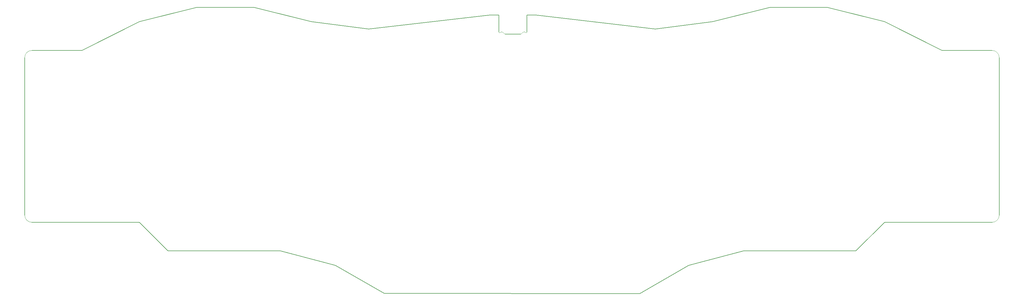
<source format=gbr>
%TF.GenerationSoftware,KiCad,Pcbnew,(5.99.0-1351-gc977addfa)*%
%TF.CreationDate,2020-06-03T20:56:01-07:00*%
%TF.ProjectId,NonSplitKyria,4e6f6e53-706c-4697-944b-797269612e6b,rev?*%
%TF.SameCoordinates,Original*%
%TF.FileFunction,Profile,NP*%
%FSLAX46Y46*%
G04 Gerber Fmt 4.6, Leading zero omitted, Abs format (unit mm)*
G04 Created by KiCad (PCBNEW (5.99.0-1351-gc977addfa)) date 2020-06-03 20:56:01*
%MOMM*%
%LPD*%
G01*
G04 APERTURE LIST*
%TA.AperFunction,Profile*%
%ADD10C,0.200000*%
%TD*%
%ADD11C,-0.000002*%
G04 APERTURE END LIST*
D10*
D11*
X15875000Y-78581250D02*
G75*
G02*
X13493750Y-76200000I0J2381250D01*
G01*
D10*
D11*
X13493750Y-23812500D02*
G75*
G02*
X15875000Y-21431250I2381250J0D01*
G01*
D10*
X32543750Y-21431250D02*
X15875000Y-21431250D01*
X13493750Y-76200000D02*
X13493750Y-23812500D01*
X51593750Y-78581250D02*
X15875000Y-78581250D01*
D11*
X337343750Y-76200000D02*
G75*
G02*
X334962500Y-78581250I-2381250J0D01*
G01*
D10*
D11*
X334962500Y-21431250D02*
G75*
G02*
X337343750Y-23812500I0J-2381250D01*
G01*
D10*
X318293750Y-21431250D02*
X334962500Y-21431250D01*
X337343750Y-76200000D02*
X337343750Y-23812500D01*
X299243750Y-78581250D02*
X334962500Y-78581250D01*
X318293750Y-21431250D02*
X299243750Y-11906250D01*
X280193750Y-7143750D02*
X299243750Y-11906250D01*
X242093750Y-11906250D02*
X261143750Y-7143750D01*
X223043750Y-14287500D02*
X242093750Y-11906250D01*
X108743750Y-11906250D02*
X127793750Y-14287500D01*
X89693750Y-7143750D02*
X108743750Y-11906250D01*
X70643750Y-7143750D02*
X51593750Y-11906250D01*
X32543750Y-21431250D02*
X51593750Y-11906250D01*
X61118750Y-88106250D02*
X51593750Y-78581250D01*
X289718750Y-88106250D02*
X299243750Y-78581250D01*
X168123750Y-9685000D02*
X127793750Y-14287500D01*
X223043750Y-14287500D02*
X183363750Y-9685000D01*
X70643750Y-7143750D02*
X89693750Y-7143750D01*
X280193750Y-7143750D02*
X261143750Y-7143750D01*
X252412500Y-88106250D02*
X289718750Y-88106250D01*
X234156250Y-92868750D02*
X252412500Y-88106250D01*
X217930000Y-102260000D02*
X234156250Y-92868750D01*
X132940000Y-102220000D02*
X217930000Y-102260000D01*
X116681250Y-92868750D02*
X132940000Y-102220000D01*
X98425000Y-88106250D02*
X116681250Y-92868750D01*
X61118750Y-88106250D02*
X98425000Y-88106250D01*
%TO.C,J1*%
D11*
X179853942Y-15435000D02*
G75*
G03*
X180413750Y-15285000I259808J150000D01*
G01*
D10*
D11*
X179853942Y-15435000D02*
G75*
G03*
X179594134Y-15285000I-259808J-150000D01*
G01*
D10*
D11*
X178774949Y-15700000D02*
G75*
G02*
X178281315Y-15985000I-493634J285000D01*
G01*
D10*
D11*
X172712551Y-15700000D02*
G75*
G03*
X173206185Y-15985000I493634J285000D01*
G01*
D10*
D11*
X171633558Y-15435000D02*
G75*
G02*
X171893366Y-15285000I259808J-150000D01*
G01*
D10*
D11*
X171633558Y-15435000D02*
G75*
G02*
X171073750Y-15285000I-259808J150000D01*
G01*
D10*
D11*
X178774949Y-15700000D02*
G75*
G02*
X179493750Y-15285000I718801J-415000D01*
G01*
D10*
D11*
X172712551Y-15700000D02*
G75*
G03*
X171993750Y-15285000I-718801J-415000D01*
G01*
D10*
X171893366Y-15285000D02*
X171993750Y-15285000D01*
X178281316Y-15985000D02*
X173206184Y-15985000D01*
X183363750Y-9685000D02*
X180413750Y-9685000D01*
X180413750Y-9685000D02*
X180413750Y-15285000D01*
X179594134Y-15285000D02*
X179493750Y-15285000D01*
X171073750Y-15285000D02*
X171073750Y-9685000D01*
X171073750Y-9685000D02*
X168123750Y-9685000D01*
%TD*%
M02*

</source>
